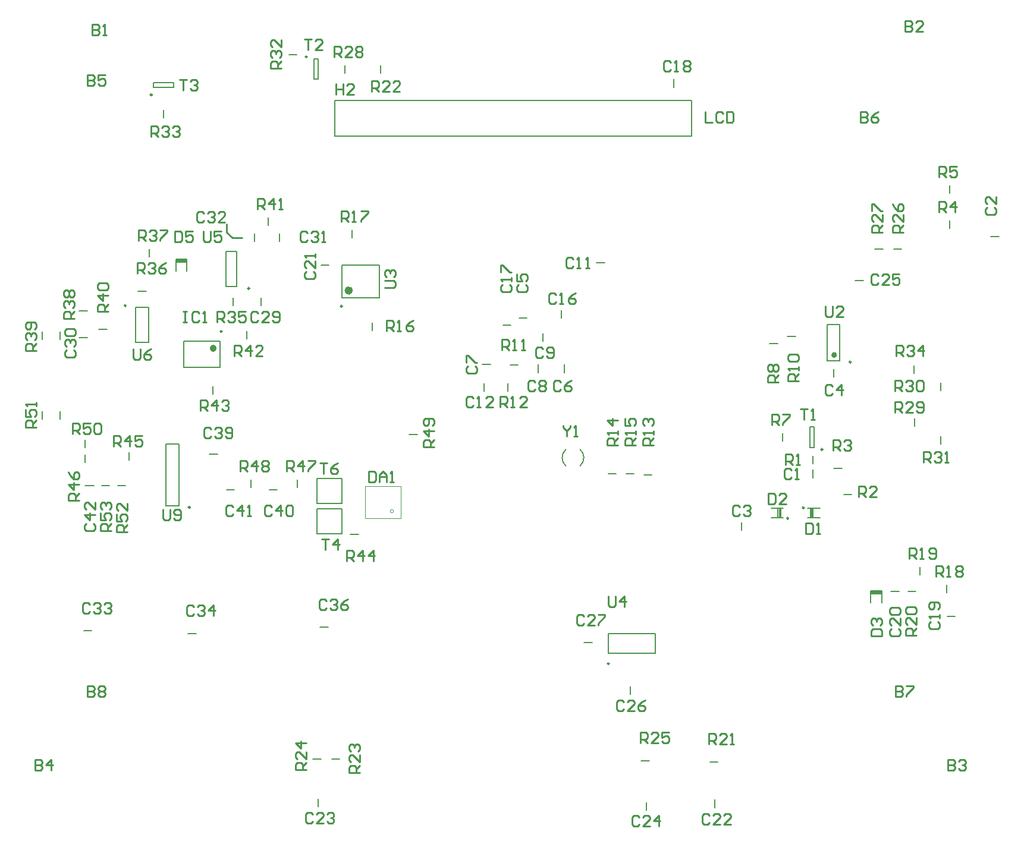
<source format=gto>
%FSLAX24Y24*%
%MOIN*%
G70*
G01*
G75*
G04 Layer_Color=65535*
%ADD10R,0.0374X0.0551*%
%ADD11R,0.0413X0.0551*%
%ADD12O,0.0866X0.0236*%
%ADD13R,0.0551X0.0374*%
%ADD14R,0.0394X0.0236*%
%ADD15R,0.1299X0.0945*%
%ADD16R,0.0394X0.0945*%
%ADD17R,0.0551X0.0413*%
%ADD18R,0.0236X0.0492*%
%ADD19R,0.0689X0.0394*%
%ADD20O,0.0984X0.0276*%
%ADD21R,0.1063X0.0453*%
%ADD22R,0.0571X0.0453*%
%ADD23R,0.0354X0.0197*%
%ADD24R,0.0453X0.0571*%
%ADD25O,0.0236X0.0669*%
G04:AMPARAMS|DCode=26|XSize=25.6mil|YSize=39.4mil|CornerRadius=6.4mil|HoleSize=0mil|Usage=FLASHONLY|Rotation=90.000|XOffset=0mil|YOffset=0mil|HoleType=Round|Shape=RoundedRectangle|*
%AMROUNDEDRECTD26*
21,1,0.0256,0.0266,0,0,90.0*
21,1,0.0128,0.0394,0,0,90.0*
1,1,0.0128,0.0133,0.0064*
1,1,0.0128,0.0133,-0.0064*
1,1,0.0128,-0.0133,-0.0064*
1,1,0.0128,-0.0133,0.0064*
%
%ADD26ROUNDEDRECTD26*%
%ADD27R,0.0236X0.0394*%
%ADD28C,0.0197*%
%ADD29C,0.0394*%
%ADD30C,0.0118*%
%ADD31C,0.0157*%
%ADD32C,0.0295*%
%ADD33C,0.0984*%
%ADD34C,0.2559*%
%ADD35C,0.0630*%
%ADD36R,0.0630X0.0630*%
%ADD37C,0.0787*%
%ADD38C,0.0512*%
%ADD39O,0.0669X0.0787*%
%ADD40O,0.0669X0.0748*%
%ADD41C,0.0748*%
%ADD42R,0.0630X0.0630*%
%ADD43C,0.0591*%
%ADD44R,0.0669X0.0669*%
%ADD45C,0.0669*%
%ADD46R,0.0709X0.0709*%
%ADD47C,0.0709*%
%ADD48R,0.0591X0.0591*%
G04:AMPARAMS|DCode=49|XSize=59.1mil|YSize=59.1mil|CornerRadius=0mil|HoleSize=0mil|Usage=FLASHONLY|Rotation=180.000|XOffset=0mil|YOffset=0mil|HoleType=Round|Shape=Octagon|*
%AMOCTAGOND49*
4,1,8,-0.0295,0.0148,-0.0295,-0.0148,-0.0148,-0.0295,0.0148,-0.0295,0.0295,-0.0148,0.0295,0.0148,0.0148,0.0295,-0.0148,0.0295,-0.0295,0.0148,0.0*
%
%ADD49OCTAGOND49*%

%ADD50C,0.0551*%
%ADD51C,0.0500*%
G04:AMPARAMS|DCode=52|XSize=40mil|YSize=60mil|CornerRadius=10mil|HoleSize=0mil|Usage=FLASHONLY|Rotation=180.000|XOffset=0mil|YOffset=0mil|HoleType=Round|Shape=RoundedRectangle|*
%AMROUNDEDRECTD52*
21,1,0.0400,0.0400,0,0,180.0*
21,1,0.0200,0.0600,0,0,180.0*
1,1,0.0200,-0.0100,0.0200*
1,1,0.0200,0.0100,0.0200*
1,1,0.0200,0.0100,-0.0200*
1,1,0.0200,-0.0100,-0.0200*
%
%ADD52ROUNDEDRECTD52*%
%ADD53O,0.0709X0.0118*%
%ADD54O,0.0118X0.0709*%
%ADD55C,0.0098*%
%ADD56C,0.0079*%
%ADD57C,0.0039*%
%ADD58C,0.0236*%
%ADD59C,0.0040*%
%ADD60C,0.0050*%
%ADD61C,0.0100*%
%ADD62R,0.0630X0.0217*%
D28*
X20678Y37085D02*
G03*
X20678Y37085I-98J0D01*
G01*
D31*
X55468Y36711D02*
G03*
X55468Y36711I-79J0D01*
G01*
D55*
X56344Y36315D02*
G03*
X56344Y36315I-49J0D01*
G01*
X54750Y31411D02*
G03*
X54750Y31411I-49J0D01*
G01*
X42780Y19408D02*
G03*
X42780Y19408I-49J0D01*
G01*
X25848Y53439D02*
G03*
X25848Y53439I-49J0D01*
G01*
X21082Y38030D02*
G03*
X21082Y38030I-49J0D01*
G01*
X22614Y40446D02*
G03*
X22614Y40446I-49J0D01*
G01*
X19294Y28165D02*
G03*
X19294Y28165I-49J0D01*
G01*
X15704Y39485D02*
G03*
X15704Y39485I-49J0D01*
G01*
X52840Y27555D02*
G03*
X52840Y27555I-49J0D01*
G01*
X53709Y28145D02*
G03*
X53709Y28145I-49J0D01*
G01*
X27815Y39443D02*
G03*
X27815Y39443I-49J0D01*
G01*
X17160Y51299D02*
G03*
X17160Y51299I-49J0D01*
G01*
D56*
X40354Y31414D02*
G03*
X40348Y30491I396J-464D01*
G01*
X41152Y30495D02*
G03*
X41146Y31418I-402J459D01*
G01*
X29950Y52533D02*
Y52967D01*
X59850Y35683D02*
Y36117D01*
X61350Y34733D02*
Y35167D01*
X50200Y26874D02*
Y27326D01*
X61350Y31733D02*
Y32167D01*
X55704Y36396D02*
Y38404D01*
X54996Y36396D02*
Y38404D01*
Y36396D02*
X55704D01*
X54996Y38404D02*
X55704D01*
X38800Y35724D02*
Y36176D01*
X40250Y35724D02*
Y36176D01*
X52500Y31883D02*
Y32317D01*
X61850Y45783D02*
Y46217D01*
Y43833D02*
Y44267D01*
X55383Y30350D02*
X55817D01*
X54278Y31529D02*
Y32671D01*
X54022Y31529D02*
X54278D01*
X54022D02*
Y32671D01*
X54278D01*
X45369Y19999D02*
Y21101D01*
X42731Y19999D02*
Y21101D01*
X45369D01*
X42731Y19999D02*
X45369D01*
X26222Y52179D02*
Y53321D01*
X26478D01*
Y52179D02*
Y53321D01*
X26222Y52179D02*
X26478D01*
X27950Y52533D02*
Y52967D01*
X44583Y13950D02*
X45017D01*
X48433Y13900D02*
X48867D01*
X60200Y24383D02*
Y24817D01*
X61700Y23383D02*
Y23817D01*
X46400Y51724D02*
Y52176D01*
X25300Y29283D02*
Y29717D01*
X22700Y29283D02*
Y29717D01*
X13324Y21250D02*
X13776D01*
X19174Y21100D02*
X19626D01*
X26574Y21450D02*
X27026D01*
X18926Y36022D02*
Y37478D01*
Y36022D02*
X20974D01*
Y37478D01*
X18926D02*
X20974D01*
X23650Y43983D02*
Y44417D01*
X16383Y40300D02*
X16817D01*
X18485Y42085D02*
X19115D01*
X18485Y41415D02*
Y42085D01*
X19115Y41415D02*
Y42085D01*
X17000Y42233D02*
Y42667D01*
X21915Y40566D02*
Y42534D01*
X21285Y40566D02*
Y42534D01*
Y40566D02*
X21915D01*
X21285Y42534D02*
X21915D01*
X11008Y33133D02*
Y33567D01*
X11992Y33133D02*
Y33567D01*
X20374Y31150D02*
X20826D01*
X13400Y31533D02*
Y31967D01*
X15850Y30833D02*
Y31267D01*
X18654Y28268D02*
Y31732D01*
X17946Y28268D02*
Y31732D01*
Y28268D02*
X18654D01*
X17946Y31732D02*
X18654D01*
X23724Y29150D02*
X24176D01*
X14333Y29400D02*
X14767D01*
X13404D02*
X13896D01*
X11992Y37583D02*
Y38017D01*
X11008Y37583D02*
Y38017D01*
X13083Y39200D02*
X13517D01*
X13074Y37700D02*
X13526D01*
X14183Y38150D02*
X14617D01*
X16246Y37416D02*
Y39384D01*
X16954Y37416D02*
Y39384D01*
X16246D02*
X16954D01*
X16246Y37416D02*
X16954D01*
X24300Y43074D02*
Y43526D01*
X22900Y43074D02*
Y43526D01*
X23250Y39474D02*
Y39926D01*
X21700Y39483D02*
Y39917D01*
X22450Y37633D02*
Y38067D01*
X20550Y34533D02*
Y34967D01*
X43950Y17674D02*
Y18126D01*
X41374Y20600D02*
X41826D01*
X48700Y11324D02*
Y11776D01*
X26183Y14050D02*
X26617D01*
X27233D02*
X27667D01*
X26450Y11374D02*
Y11826D01*
X52783Y37750D02*
X53217D01*
X51783Y37350D02*
X52217D01*
X59533Y23450D02*
X59967D01*
X58574D02*
X59026D01*
X57435Y23485D02*
X58065D01*
X57435Y22815D02*
Y23485D01*
X58065Y22815D02*
Y23485D01*
X61724Y22050D02*
X62176D01*
X44850Y11174D02*
Y11626D01*
X55350Y35474D02*
Y35926D01*
X52239Y27594D02*
Y28106D01*
X52318Y27594D02*
Y28106D01*
X52397Y27594D02*
Y28106D01*
X51865D02*
X52535D01*
X51865Y27594D02*
X52535D01*
X54211D02*
Y28106D01*
X54132Y27594D02*
Y28106D01*
X54053Y27594D02*
Y28106D01*
X53915Y27594D02*
X54585D01*
X53915Y28106D02*
X54585D01*
X55933Y28900D02*
X56367D01*
X54200Y29824D02*
Y30276D01*
Y30633D02*
Y31067D01*
X42733Y30050D02*
X43167D01*
X43733D02*
X44167D01*
X44733Y30000D02*
X45167D01*
X29500Y38083D02*
Y38517D01*
X28350Y43283D02*
Y43717D01*
X27787Y39935D02*
X29913D01*
X27787Y41765D02*
X29913D01*
X27787Y39935D02*
Y41765D01*
X29913Y39935D02*
Y41765D01*
X26624Y41750D02*
X27076D01*
X57683Y42650D02*
X58117D01*
X58733D02*
X59167D01*
X56574Y40900D02*
X57026D01*
X17800Y50033D02*
Y50467D01*
X28283Y26650D02*
X28717D01*
X15233Y29400D02*
X15667D01*
X13400Y30683D02*
Y31117D01*
X21324Y29150D02*
X21776D01*
X37233Y36150D02*
X37667D01*
X35674Y36200D02*
X36126D01*
X36824Y38400D02*
X37276D01*
X37724Y38800D02*
X38176D01*
X35750Y34674D02*
Y35126D01*
X37100Y34683D02*
Y35117D01*
X17229Y51722D02*
X18371D01*
X17229D02*
Y51978D01*
X18371D01*
Y51722D02*
Y51978D01*
X39050Y37474D02*
Y37926D01*
X40100Y38774D02*
Y39226D01*
X24833Y53550D02*
X25267D01*
X59900Y32733D02*
Y33167D01*
X42074Y41900D02*
X42526D01*
X64174Y43350D02*
X64626D01*
X31583Y32250D02*
X32017D01*
D57*
X30700Y27950D02*
G03*
X30700Y27950I-100J0D01*
G01*
X31100Y27548D02*
Y29351D01*
X29100Y27548D02*
X31100D01*
X29100D02*
Y29351D01*
X31100D01*
D58*
X28299Y40328D02*
G03*
X28299Y40328I-118J0D01*
G01*
D59*
X27740Y28480D02*
G03*
X27740Y28480I-20J0D01*
G01*
Y26780D02*
G03*
X27740Y26780I-20J0D01*
G01*
D60*
X47402Y49000D02*
Y51000D01*
X27402D02*
X47402D01*
X27402Y49000D02*
Y51000D01*
Y49000D02*
X47402D01*
X27800Y28400D02*
Y29800D01*
X26400Y28400D02*
X27800D01*
X26400D02*
Y29800D01*
X27800D01*
Y26700D02*
Y28100D01*
X26400Y26700D02*
X27800D01*
X26400D02*
Y28100D01*
X27800D01*
D61*
X21349Y43601D02*
Y44050D01*
Y43601D02*
X21650Y43300D01*
X22200D01*
X29450Y51500D02*
Y52100D01*
X29750D01*
X29850Y52000D01*
Y51800D01*
X29750Y51700D01*
X29450D01*
X29650D02*
X29850Y51500D01*
X30450D02*
X30050D01*
X30450Y51900D01*
Y52000D01*
X30350Y52100D01*
X30150D01*
X30050Y52000D01*
X31049Y51500D02*
X30650D01*
X31049Y51900D01*
Y52000D01*
X30950Y52100D01*
X30750D01*
X30650Y52000D01*
X13800Y55250D02*
Y54650D01*
X14100D01*
X14200Y54750D01*
Y54850D01*
X14100Y54950D01*
X13800D01*
X14100D01*
X14200Y55050D01*
Y55150D01*
X14100Y55250D01*
X13800D01*
X14400Y54650D02*
X14600D01*
X14500D01*
Y55250D01*
X14400Y55150D01*
X59350Y55450D02*
Y54850D01*
X59650D01*
X59750Y54950D01*
Y55050D01*
X59650Y55150D01*
X59350D01*
X59650D01*
X59750Y55250D01*
Y55350D01*
X59650Y55450D01*
X59350D01*
X60350Y54850D02*
X59950D01*
X60350Y55250D01*
Y55350D01*
X60250Y55450D01*
X60050D01*
X59950Y55350D01*
X61770Y14030D02*
Y13430D01*
X62070D01*
X62170Y13530D01*
Y13630D01*
X62070Y13730D01*
X61770D01*
X62070D01*
X62170Y13830D01*
Y13930D01*
X62070Y14030D01*
X61770D01*
X62370Y13930D02*
X62470Y14030D01*
X62670D01*
X62770Y13930D01*
Y13830D01*
X62670Y13730D01*
X62570D01*
X62670D01*
X62770Y13630D01*
Y13530D01*
X62670Y13430D01*
X62470D01*
X62370Y13530D01*
X10590Y14030D02*
Y13430D01*
X10890D01*
X10990Y13530D01*
Y13630D01*
X10890Y13730D01*
X10590D01*
X10890D01*
X10990Y13830D01*
Y13930D01*
X10890Y14030D01*
X10590D01*
X11490Y13430D02*
Y14030D01*
X11190Y13730D01*
X11590D01*
X13540Y52420D02*
Y51820D01*
X13840D01*
X13940Y51920D01*
Y52020D01*
X13840Y52120D01*
X13540D01*
X13840D01*
X13940Y52220D01*
Y52320D01*
X13840Y52420D01*
X13540D01*
X14540D02*
X14140D01*
Y52120D01*
X14340Y52220D01*
X14440D01*
X14540Y52120D01*
Y51920D01*
X14440Y51820D01*
X14240D01*
X14140Y51920D01*
X56850Y50350D02*
Y49750D01*
X57150D01*
X57250Y49850D01*
Y49950D01*
X57150Y50050D01*
X56850D01*
X57150D01*
X57250Y50150D01*
Y50250D01*
X57150Y50350D01*
X56850D01*
X57850D02*
X57650Y50250D01*
X57450Y50050D01*
Y49850D01*
X57550Y49750D01*
X57750D01*
X57850Y49850D01*
Y49950D01*
X57750Y50050D01*
X57450D01*
X58820Y18160D02*
Y17560D01*
X59120D01*
X59220Y17660D01*
Y17760D01*
X59120Y17860D01*
X58820D01*
X59120D01*
X59220Y17960D01*
Y18060D01*
X59120Y18160D01*
X58820D01*
X59420D02*
X59820D01*
Y18060D01*
X59420Y17660D01*
Y17560D01*
X13540Y18160D02*
Y17560D01*
X13840D01*
X13940Y17660D01*
Y17760D01*
X13840Y17860D01*
X13540D01*
X13840D01*
X13940Y17960D01*
Y18060D01*
X13840Y18160D01*
X13540D01*
X14140Y18060D02*
X14240Y18160D01*
X14440D01*
X14540Y18060D01*
Y17960D01*
X14440Y17860D01*
X14540Y17760D01*
Y17660D01*
X14440Y17560D01*
X14240D01*
X14140Y17660D01*
Y17760D01*
X14240Y17860D01*
X14140Y17960D01*
Y18060D01*
X14240Y17860D02*
X14440D01*
X53000Y30250D02*
X52900Y30350D01*
X52700D01*
X52600Y30250D01*
Y29850D01*
X52700Y29750D01*
X52900D01*
X53000Y29850D01*
X53200Y29750D02*
X53400D01*
X53300D01*
Y30350D01*
X53200Y30250D01*
X63950Y45000D02*
X63850Y44900D01*
Y44700D01*
X63950Y44600D01*
X64350D01*
X64450Y44700D01*
Y44900D01*
X64350Y45000D01*
X64450Y45600D02*
Y45200D01*
X64050Y45600D01*
X63950D01*
X63850Y45500D01*
Y45300D01*
X63950Y45200D01*
X50100Y28200D02*
X50000Y28300D01*
X49800D01*
X49700Y28200D01*
Y27800D01*
X49800Y27700D01*
X50000D01*
X50100Y27800D01*
X50300Y28200D02*
X50400Y28300D01*
X50600D01*
X50700Y28200D01*
Y28100D01*
X50600Y28000D01*
X50500D01*
X50600D01*
X50700Y27900D01*
Y27800D01*
X50600Y27700D01*
X50400D01*
X50300Y27800D01*
X55300Y34950D02*
X55200Y35050D01*
X55000D01*
X54900Y34950D01*
Y34550D01*
X55000Y34450D01*
X55200D01*
X55300Y34550D01*
X55800Y34450D02*
Y35050D01*
X55500Y34750D01*
X55900D01*
X37700Y40650D02*
X37600Y40550D01*
Y40350D01*
X37700Y40250D01*
X38100D01*
X38200Y40350D01*
Y40550D01*
X38100Y40650D01*
X37600Y41250D02*
Y40850D01*
X37900D01*
X37800Y41050D01*
Y41150D01*
X37900Y41250D01*
X38100D01*
X38200Y41150D01*
Y40950D01*
X38100Y40850D01*
X40070Y35180D02*
X39970Y35280D01*
X39770D01*
X39670Y35180D01*
Y34780D01*
X39770Y34680D01*
X39970D01*
X40070Y34780D01*
X40670Y35280D02*
X40470Y35180D01*
X40270Y34980D01*
Y34780D01*
X40370Y34680D01*
X40570D01*
X40670Y34780D01*
Y34880D01*
X40570Y34980D01*
X40270D01*
X34850Y36100D02*
X34750Y36000D01*
Y35800D01*
X34850Y35700D01*
X35250D01*
X35350Y35800D01*
Y36000D01*
X35250Y36100D01*
X34750Y36300D02*
Y36700D01*
X34850D01*
X35250Y36300D01*
X35350D01*
X38620Y35180D02*
X38520Y35280D01*
X38320D01*
X38220Y35180D01*
Y34780D01*
X38320Y34680D01*
X38520D01*
X38620Y34780D01*
X38820Y35180D02*
X38920Y35280D01*
X39120D01*
X39220Y35180D01*
Y35080D01*
X39120Y34980D01*
X39220Y34880D01*
Y34780D01*
X39120Y34680D01*
X38920D01*
X38820Y34780D01*
Y34880D01*
X38920Y34980D01*
X38820Y35080D01*
Y35180D01*
X38920Y34980D02*
X39120D01*
X39050Y37050D02*
X38950Y37150D01*
X38750D01*
X38650Y37050D01*
Y36650D01*
X38750Y36550D01*
X38950D01*
X39050Y36650D01*
X39250D02*
X39350Y36550D01*
X39550D01*
X39650Y36650D01*
Y37050D01*
X39550Y37150D01*
X39350D01*
X39250Y37050D01*
Y36950D01*
X39350Y36850D01*
X39650D01*
X40750Y42100D02*
X40650Y42200D01*
X40450D01*
X40350Y42100D01*
Y41700D01*
X40450Y41600D01*
X40650D01*
X40750Y41700D01*
X40950Y41600D02*
X41150D01*
X41050D01*
Y42200D01*
X40950Y42100D01*
X41450Y41600D02*
X41650D01*
X41550D01*
Y42200D01*
X41450Y42100D01*
X35150Y34300D02*
X35050Y34400D01*
X34850D01*
X34750Y34300D01*
Y33900D01*
X34850Y33800D01*
X35050D01*
X35150Y33900D01*
X35350Y33800D02*
X35550D01*
X35450D01*
Y34400D01*
X35350Y34300D01*
X36250Y33800D02*
X35850D01*
X36250Y34200D01*
Y34300D01*
X36150Y34400D01*
X35950D01*
X35850Y34300D01*
X39800Y40100D02*
X39700Y40200D01*
X39500D01*
X39400Y40100D01*
Y39700D01*
X39500Y39600D01*
X39700D01*
X39800Y39700D01*
X40000Y39600D02*
X40200D01*
X40100D01*
Y40200D01*
X40000Y40100D01*
X40900Y40200D02*
X40700Y40100D01*
X40500Y39900D01*
Y39700D01*
X40600Y39600D01*
X40800D01*
X40900Y39700D01*
Y39800D01*
X40800Y39900D01*
X40500D01*
X36800Y40650D02*
X36700Y40550D01*
Y40350D01*
X36800Y40250D01*
X37200D01*
X37300Y40350D01*
Y40550D01*
X37200Y40650D01*
X37300Y40850D02*
Y41050D01*
Y40950D01*
X36700D01*
X36800Y40850D01*
X36700Y41350D02*
Y41750D01*
X36800D01*
X37200Y41350D01*
X37300D01*
X46220Y53130D02*
X46120Y53230D01*
X45920D01*
X45820Y53130D01*
Y52730D01*
X45920Y52630D01*
X46120D01*
X46220Y52730D01*
X46420Y52630D02*
X46620D01*
X46520D01*
Y53230D01*
X46420Y53130D01*
X46920D02*
X47020Y53230D01*
X47220D01*
X47320Y53130D01*
Y53030D01*
X47220Y52930D01*
X47320Y52830D01*
Y52730D01*
X47220Y52630D01*
X47020D01*
X46920Y52730D01*
Y52830D01*
X47020Y52930D01*
X46920Y53030D01*
Y53130D01*
X47020Y52930D02*
X47220D01*
X60800Y21750D02*
X60700Y21650D01*
Y21450D01*
X60800Y21350D01*
X61200D01*
X61300Y21450D01*
Y21650D01*
X61200Y21750D01*
X61300Y21950D02*
Y22150D01*
Y22050D01*
X60700D01*
X60800Y21950D01*
X61200Y22450D02*
X61300Y22550D01*
Y22750D01*
X61200Y22850D01*
X60800D01*
X60700Y22750D01*
Y22550D01*
X60800Y22450D01*
X60900D01*
X61000Y22550D01*
Y22850D01*
X58600Y21350D02*
X58500Y21250D01*
Y21050D01*
X58600Y20950D01*
X59000D01*
X59100Y21050D01*
Y21250D01*
X59000Y21350D01*
X59100Y21950D02*
Y21550D01*
X58700Y21950D01*
X58600D01*
X58500Y21850D01*
Y21650D01*
X58600Y21550D01*
Y22150D02*
X58500Y22250D01*
Y22450D01*
X58600Y22549D01*
X59000D01*
X59100Y22450D01*
Y22250D01*
X59000Y22150D01*
X58600D01*
X25800Y41400D02*
X25700Y41300D01*
Y41100D01*
X25800Y41000D01*
X26200D01*
X26300Y41100D01*
Y41300D01*
X26200Y41400D01*
X26300Y42000D02*
Y41600D01*
X25900Y42000D01*
X25800D01*
X25700Y41900D01*
Y41700D01*
X25800Y41600D01*
X26300Y42200D02*
Y42400D01*
Y42300D01*
X25700D01*
X25800Y42200D01*
X48400Y10900D02*
X48300Y11000D01*
X48100D01*
X48000Y10900D01*
Y10500D01*
X48100Y10400D01*
X48300D01*
X48400Y10500D01*
X49000Y10400D02*
X48600D01*
X49000Y10800D01*
Y10900D01*
X48900Y11000D01*
X48700D01*
X48600Y10900D01*
X49599Y10400D02*
X49200D01*
X49599Y10800D01*
Y10900D01*
X49500Y11000D01*
X49300D01*
X49200Y10900D01*
X26150Y10950D02*
X26050Y11050D01*
X25850D01*
X25750Y10950D01*
Y10550D01*
X25850Y10450D01*
X26050D01*
X26150Y10550D01*
X26750Y10450D02*
X26350D01*
X26750Y10850D01*
Y10950D01*
X26650Y11050D01*
X26450D01*
X26350Y10950D01*
X26950D02*
X27050Y11050D01*
X27250D01*
X27349Y10950D01*
Y10850D01*
X27250Y10750D01*
X27150D01*
X27250D01*
X27349Y10650D01*
Y10550D01*
X27250Y10450D01*
X27050D01*
X26950Y10550D01*
X44450Y10800D02*
X44350Y10900D01*
X44150D01*
X44050Y10800D01*
Y10400D01*
X44150Y10300D01*
X44350D01*
X44450Y10400D01*
X45050Y10300D02*
X44650D01*
X45050Y10700D01*
Y10800D01*
X44950Y10900D01*
X44750D01*
X44650Y10800D01*
X45550Y10300D02*
Y10900D01*
X45250Y10600D01*
X45649D01*
X57850Y41150D02*
X57750Y41250D01*
X57550D01*
X57450Y41150D01*
Y40750D01*
X57550Y40650D01*
X57750D01*
X57850Y40750D01*
X58450Y40650D02*
X58050D01*
X58450Y41050D01*
Y41150D01*
X58350Y41250D01*
X58150D01*
X58050Y41150D01*
X59049Y41250D02*
X58650D01*
Y40950D01*
X58850Y41050D01*
X58950D01*
X59049Y40950D01*
Y40750D01*
X58950Y40650D01*
X58750D01*
X58650Y40750D01*
X43600Y17250D02*
X43500Y17350D01*
X43300D01*
X43200Y17250D01*
Y16850D01*
X43300Y16750D01*
X43500D01*
X43600Y16850D01*
X44200Y16750D02*
X43800D01*
X44200Y17150D01*
Y17250D01*
X44100Y17350D01*
X43900D01*
X43800Y17250D01*
X44799Y17350D02*
X44600Y17250D01*
X44400Y17050D01*
Y16850D01*
X44500Y16750D01*
X44700D01*
X44799Y16850D01*
Y16950D01*
X44700Y17050D01*
X44400D01*
X41350Y22050D02*
X41250Y22150D01*
X41050D01*
X40950Y22050D01*
Y21650D01*
X41050Y21550D01*
X41250D01*
X41350Y21650D01*
X41950Y21550D02*
X41550D01*
X41950Y21950D01*
Y22050D01*
X41850Y22150D01*
X41650D01*
X41550Y22050D01*
X42150Y22150D02*
X42549D01*
Y22050D01*
X42150Y21650D01*
Y21550D01*
X23100Y39050D02*
X23000Y39150D01*
X22800D01*
X22700Y39050D01*
Y38650D01*
X22800Y38550D01*
X23000D01*
X23100Y38650D01*
X23700Y38550D02*
X23300D01*
X23700Y38950D01*
Y39050D01*
X23600Y39150D01*
X23400D01*
X23300Y39050D01*
X23900Y38650D02*
X24000Y38550D01*
X24200D01*
X24299Y38650D01*
Y39050D01*
X24200Y39150D01*
X24000D01*
X23900Y39050D01*
Y38950D01*
X24000Y38850D01*
X24299D01*
X12350Y37000D02*
X12250Y36900D01*
Y36700D01*
X12350Y36600D01*
X12750D01*
X12850Y36700D01*
Y36900D01*
X12750Y37000D01*
X12350Y37200D02*
X12250Y37300D01*
Y37500D01*
X12350Y37600D01*
X12450D01*
X12550Y37500D01*
Y37400D01*
Y37500D01*
X12650Y37600D01*
X12750D01*
X12850Y37500D01*
Y37300D01*
X12750Y37200D01*
X12350Y37800D02*
X12250Y37900D01*
Y38100D01*
X12350Y38199D01*
X12750D01*
X12850Y38100D01*
Y37900D01*
X12750Y37800D01*
X12350D01*
X25850Y43550D02*
X25750Y43650D01*
X25550D01*
X25450Y43550D01*
Y43150D01*
X25550Y43050D01*
X25750D01*
X25850Y43150D01*
X26050Y43550D02*
X26150Y43650D01*
X26350D01*
X26450Y43550D01*
Y43450D01*
X26350Y43350D01*
X26250D01*
X26350D01*
X26450Y43250D01*
Y43150D01*
X26350Y43050D01*
X26150D01*
X26050Y43150D01*
X26650Y43050D02*
X26850D01*
X26750D01*
Y43650D01*
X26650Y43550D01*
X20050Y44650D02*
X19950Y44750D01*
X19750D01*
X19650Y44650D01*
Y44250D01*
X19750Y44150D01*
X19950D01*
X20050Y44250D01*
X20250Y44650D02*
X20350Y44750D01*
X20550D01*
X20650Y44650D01*
Y44550D01*
X20550Y44450D01*
X20450D01*
X20550D01*
X20650Y44350D01*
Y44250D01*
X20550Y44150D01*
X20350D01*
X20250Y44250D01*
X21249Y44150D02*
X20850D01*
X21249Y44550D01*
Y44650D01*
X21150Y44750D01*
X20950D01*
X20850Y44650D01*
X13670Y22730D02*
X13570Y22830D01*
X13370D01*
X13270Y22730D01*
Y22330D01*
X13370Y22230D01*
X13570D01*
X13670Y22330D01*
X13870Y22730D02*
X13970Y22830D01*
X14170D01*
X14270Y22730D01*
Y22630D01*
X14170Y22530D01*
X14070D01*
X14170D01*
X14270Y22430D01*
Y22330D01*
X14170Y22230D01*
X13970D01*
X13870Y22330D01*
X14470Y22730D02*
X14570Y22830D01*
X14770D01*
X14869Y22730D01*
Y22630D01*
X14770Y22530D01*
X14670D01*
X14770D01*
X14869Y22430D01*
Y22330D01*
X14770Y22230D01*
X14570D01*
X14470Y22330D01*
X19515Y22575D02*
X19415Y22675D01*
X19215D01*
X19115Y22575D01*
Y22175D01*
X19215Y22075D01*
X19415D01*
X19515Y22175D01*
X19715Y22575D02*
X19815Y22675D01*
X20015D01*
X20115Y22575D01*
Y22475D01*
X20015Y22375D01*
X19915D01*
X20015D01*
X20115Y22275D01*
Y22175D01*
X20015Y22075D01*
X19815D01*
X19715Y22175D01*
X20615Y22075D02*
Y22675D01*
X20315Y22375D01*
X20714D01*
X26920Y22930D02*
X26820Y23030D01*
X26620D01*
X26520Y22930D01*
Y22530D01*
X26620Y22430D01*
X26820D01*
X26920Y22530D01*
X27120Y22930D02*
X27220Y23030D01*
X27420D01*
X27520Y22930D01*
Y22830D01*
X27420Y22730D01*
X27320D01*
X27420D01*
X27520Y22630D01*
Y22530D01*
X27420Y22430D01*
X27220D01*
X27120Y22530D01*
X28119Y23030D02*
X27920Y22930D01*
X27720Y22730D01*
Y22530D01*
X27820Y22430D01*
X28020D01*
X28119Y22530D01*
Y22630D01*
X28020Y22730D01*
X27720D01*
X20450Y32550D02*
X20350Y32650D01*
X20150D01*
X20050Y32550D01*
Y32150D01*
X20150Y32050D01*
X20350D01*
X20450Y32150D01*
X20650Y32550D02*
X20750Y32650D01*
X20950D01*
X21050Y32550D01*
Y32450D01*
X20950Y32350D01*
X20850D01*
X20950D01*
X21050Y32250D01*
Y32150D01*
X20950Y32050D01*
X20750D01*
X20650Y32150D01*
X21250D02*
X21350Y32050D01*
X21550D01*
X21649Y32150D01*
Y32550D01*
X21550Y32650D01*
X21350D01*
X21250Y32550D01*
Y32450D01*
X21350Y32350D01*
X21649D01*
X23850Y28200D02*
X23750Y28300D01*
X23550D01*
X23450Y28200D01*
Y27800D01*
X23550Y27700D01*
X23750D01*
X23850Y27800D01*
X24350Y27700D02*
Y28300D01*
X24050Y28000D01*
X24450D01*
X24650Y28200D02*
X24750Y28300D01*
X24950D01*
X25049Y28200D01*
Y27800D01*
X24950Y27700D01*
X24750D01*
X24650Y27800D01*
Y28200D01*
X21700D02*
X21600Y28300D01*
X21400D01*
X21300Y28200D01*
Y27800D01*
X21400Y27700D01*
X21600D01*
X21700Y27800D01*
X22200Y27700D02*
Y28300D01*
X21900Y28000D01*
X22300D01*
X22500Y27700D02*
X22700D01*
X22600D01*
Y28300D01*
X22500Y28200D01*
X13450Y27250D02*
X13350Y27150D01*
Y26950D01*
X13450Y26850D01*
X13850D01*
X13950Y26950D01*
Y27150D01*
X13850Y27250D01*
X13950Y27750D02*
X13350D01*
X13650Y27450D01*
Y27850D01*
X13950Y28449D02*
Y28050D01*
X13550Y28449D01*
X13450D01*
X13350Y28350D01*
Y28150D01*
X13450Y28050D01*
X53800Y27300D02*
Y26700D01*
X54100D01*
X54200Y26800D01*
Y27200D01*
X54100Y27300D01*
X53800D01*
X54400Y26700D02*
X54600D01*
X54500D01*
Y27300D01*
X54400Y27200D01*
X51700Y28950D02*
Y28350D01*
X52000D01*
X52100Y28450D01*
Y28850D01*
X52000Y28950D01*
X51700D01*
X52700Y28350D02*
X52300D01*
X52700Y28750D01*
Y28850D01*
X52600Y28950D01*
X52400D01*
X52300Y28850D01*
X57450Y20950D02*
X58050D01*
Y21250D01*
X57950Y21350D01*
X57550D01*
X57450Y21250D01*
Y20950D01*
X57550Y21550D02*
X57450Y21650D01*
Y21850D01*
X57550Y21950D01*
X57650D01*
X57750Y21850D01*
Y21750D01*
Y21850D01*
X57850Y21950D01*
X57950D01*
X58050Y21850D01*
Y21650D01*
X57950Y21550D01*
X18440Y43640D02*
Y43040D01*
X18740D01*
X18840Y43140D01*
Y43540D01*
X18740Y43640D01*
X18440D01*
X19440D02*
X19040D01*
Y43340D01*
X19240Y43440D01*
X19340D01*
X19440Y43340D01*
Y43140D01*
X19340Y43040D01*
X19140D01*
X19040Y43140D01*
X29300Y30200D02*
Y29600D01*
X29600D01*
X29700Y29700D01*
Y30100D01*
X29600Y30200D01*
X29300D01*
X29900Y29600D02*
Y30000D01*
X30100Y30200D01*
X30300Y30000D01*
Y29600D01*
Y29900D01*
X29900D01*
X30500Y29600D02*
X30700D01*
X30600D01*
Y30200D01*
X30500Y30100D01*
X27480Y51920D02*
Y51320D01*
Y51620D01*
X27880D01*
Y51920D01*
Y51320D01*
X28480D02*
X28080D01*
X28480Y51720D01*
Y51820D01*
X28380Y51920D01*
X28180D01*
X28080Y51820D01*
X18900Y39140D02*
X19100D01*
X19000D01*
Y38540D01*
X18900D01*
X19100D01*
X19800Y39040D02*
X19700Y39140D01*
X19500D01*
X19400Y39040D01*
Y38640D01*
X19500Y38540D01*
X19700D01*
X19800Y38640D01*
X20000Y38540D02*
X20200D01*
X20100D01*
Y39140D01*
X20000Y39040D01*
X52650Y30550D02*
Y31150D01*
X52950D01*
X53050Y31050D01*
Y30850D01*
X52950Y30750D01*
X52650D01*
X52850D02*
X53050Y30550D01*
X53250D02*
X53450D01*
X53350D01*
Y31150D01*
X53250Y31050D01*
X56750Y28750D02*
Y29350D01*
X57050D01*
X57150Y29250D01*
Y29050D01*
X57050Y28950D01*
X56750D01*
X56950D02*
X57150Y28750D01*
X57750D02*
X57350D01*
X57750Y29150D01*
Y29250D01*
X57650Y29350D01*
X57450D01*
X57350Y29250D01*
X55320Y31350D02*
Y31950D01*
X55620D01*
X55720Y31850D01*
Y31650D01*
X55620Y31550D01*
X55320D01*
X55520D02*
X55720Y31350D01*
X55920Y31850D02*
X56020Y31950D01*
X56220D01*
X56320Y31850D01*
Y31750D01*
X56220Y31650D01*
X56120D01*
X56220D01*
X56320Y31550D01*
Y31450D01*
X56220Y31350D01*
X56020D01*
X55920Y31450D01*
X61250Y44730D02*
Y45330D01*
X61550D01*
X61650Y45230D01*
Y45030D01*
X61550Y44930D01*
X61250D01*
X61450D02*
X61650Y44730D01*
X62150D02*
Y45330D01*
X61850Y45030D01*
X62250D01*
X61250Y46680D02*
Y47280D01*
X61550D01*
X61650Y47180D01*
Y46980D01*
X61550Y46880D01*
X61250D01*
X61450D02*
X61650Y46680D01*
X62250Y47280D02*
X61850D01*
Y46980D01*
X62050Y47080D01*
X62150D01*
X62250Y46980D01*
Y46780D01*
X62150Y46680D01*
X61950D01*
X61850Y46780D01*
X51905Y32785D02*
Y33385D01*
X52205D01*
X52305Y33285D01*
Y33085D01*
X52205Y32985D01*
X51905D01*
X52105D02*
X52305Y32785D01*
X52505Y33385D02*
X52905D01*
Y33285D01*
X52505Y32885D01*
Y32785D01*
X52250Y35200D02*
X51650D01*
Y35500D01*
X51750Y35600D01*
X51950D01*
X52050Y35500D01*
Y35200D01*
Y35400D02*
X52250Y35600D01*
X51750Y35800D02*
X51650Y35900D01*
Y36100D01*
X51750Y36200D01*
X51850D01*
X51950Y36100D01*
X52050Y36200D01*
X52150D01*
X52250Y36100D01*
Y35900D01*
X52150Y35800D01*
X52050D01*
X51950Y35900D01*
X51850Y35800D01*
X51750D01*
X51950Y35900D02*
Y36100D01*
X53400Y35250D02*
X52800D01*
Y35550D01*
X52900Y35650D01*
X53100D01*
X53200Y35550D01*
Y35250D01*
Y35450D02*
X53400Y35650D01*
Y35850D02*
Y36050D01*
Y35950D01*
X52800D01*
X52900Y35850D01*
Y36350D02*
X52800Y36450D01*
Y36650D01*
X52900Y36750D01*
X53300D01*
X53400Y36650D01*
Y36450D01*
X53300Y36350D01*
X52900D01*
X36750Y37000D02*
Y37600D01*
X37050D01*
X37150Y37500D01*
Y37300D01*
X37050Y37200D01*
X36750D01*
X36950D02*
X37150Y37000D01*
X37350D02*
X37550D01*
X37450D01*
Y37600D01*
X37350Y37500D01*
X37850Y37000D02*
X38050D01*
X37950D01*
Y37600D01*
X37850Y37500D01*
X36650Y33800D02*
Y34400D01*
X36950D01*
X37050Y34300D01*
Y34100D01*
X36950Y34000D01*
X36650D01*
X36850D02*
X37050Y33800D01*
X37250D02*
X37450D01*
X37350D01*
Y34400D01*
X37250Y34300D01*
X38150Y33800D02*
X37750D01*
X38150Y34200D01*
Y34300D01*
X38050Y34400D01*
X37850D01*
X37750Y34300D01*
X45250Y31650D02*
X44650D01*
Y31950D01*
X44750Y32050D01*
X44950D01*
X45050Y31950D01*
Y31650D01*
Y31850D02*
X45250Y32050D01*
Y32250D02*
Y32450D01*
Y32350D01*
X44650D01*
X44750Y32250D01*
Y32750D02*
X44650Y32850D01*
Y33050D01*
X44750Y33150D01*
X44850D01*
X44950Y33050D01*
Y32950D01*
Y33050D01*
X45050Y33150D01*
X45150D01*
X45250Y33050D01*
Y32850D01*
X45150Y32750D01*
X43250Y31650D02*
X42650D01*
Y31950D01*
X42750Y32050D01*
X42950D01*
X43050Y31950D01*
Y31650D01*
Y31850D02*
X43250Y32050D01*
Y32250D02*
Y32450D01*
Y32350D01*
X42650D01*
X42750Y32250D01*
X43250Y33050D02*
X42650D01*
X42950Y32750D01*
Y33150D01*
X44250Y31650D02*
X43650D01*
Y31950D01*
X43750Y32050D01*
X43950D01*
X44050Y31950D01*
Y31650D01*
Y31850D02*
X44250Y32050D01*
Y32250D02*
Y32450D01*
Y32350D01*
X43650D01*
X43750Y32250D01*
X43650Y33150D02*
Y32750D01*
X43950D01*
X43850Y32950D01*
Y33050D01*
X43950Y33150D01*
X44150D01*
X44250Y33050D01*
Y32850D01*
X44150Y32750D01*
X30300Y38050D02*
Y38650D01*
X30600D01*
X30700Y38550D01*
Y38350D01*
X30600Y38250D01*
X30300D01*
X30500D02*
X30700Y38050D01*
X30900D02*
X31100D01*
X31000D01*
Y38650D01*
X30900Y38550D01*
X31800Y38650D02*
X31600Y38550D01*
X31400Y38350D01*
Y38150D01*
X31500Y38050D01*
X31700D01*
X31800Y38150D01*
Y38250D01*
X31700Y38350D01*
X31400D01*
X27750Y44180D02*
Y44780D01*
X28050D01*
X28150Y44680D01*
Y44480D01*
X28050Y44380D01*
X27750D01*
X27950D02*
X28150Y44180D01*
X28350D02*
X28550D01*
X28450D01*
Y44780D01*
X28350Y44680D01*
X28850Y44780D02*
X29250D01*
Y44680D01*
X28850Y44280D01*
Y44180D01*
X61100Y24280D02*
Y24880D01*
X61400D01*
X61500Y24780D01*
Y24580D01*
X61400Y24480D01*
X61100D01*
X61300D02*
X61500Y24280D01*
X61700D02*
X61900D01*
X61800D01*
Y24880D01*
X61700Y24780D01*
X62200D02*
X62300Y24880D01*
X62500D01*
X62600Y24780D01*
Y24680D01*
X62500Y24580D01*
X62600Y24480D01*
Y24380D01*
X62500Y24280D01*
X62300D01*
X62200Y24380D01*
Y24480D01*
X62300Y24580D01*
X62200Y24680D01*
Y24780D01*
X62300Y24580D02*
X62500D01*
X59600Y25280D02*
Y25880D01*
X59900D01*
X60000Y25780D01*
Y25580D01*
X59900Y25480D01*
X59600D01*
X59800D02*
X60000Y25280D01*
X60200D02*
X60400D01*
X60300D01*
Y25880D01*
X60200Y25780D01*
X60700Y25380D02*
X60800Y25280D01*
X61000D01*
X61100Y25380D01*
Y25780D01*
X61000Y25880D01*
X60800D01*
X60700Y25780D01*
Y25680D01*
X60800Y25580D01*
X61100D01*
X60000Y21000D02*
X59400D01*
Y21300D01*
X59500Y21400D01*
X59700D01*
X59800Y21300D01*
Y21000D01*
Y21200D02*
X60000Y21400D01*
Y22000D02*
Y21600D01*
X59600Y22000D01*
X59500D01*
X59400Y21900D01*
Y21700D01*
X59500Y21600D01*
Y22200D02*
X59400Y22300D01*
Y22500D01*
X59500Y22599D01*
X59900D01*
X60000Y22500D01*
Y22300D01*
X59900Y22200D01*
X59500D01*
X48370Y14900D02*
Y15500D01*
X48670D01*
X48770Y15400D01*
Y15200D01*
X48670Y15100D01*
X48370D01*
X48570D02*
X48770Y14900D01*
X49370D02*
X48970D01*
X49370Y15300D01*
Y15400D01*
X49270Y15500D01*
X49070D01*
X48970Y15400D01*
X49570Y14900D02*
X49770D01*
X49670D01*
Y15500D01*
X49570Y15400D01*
X28800Y13300D02*
X28200D01*
Y13600D01*
X28300Y13700D01*
X28500D01*
X28600Y13600D01*
Y13300D01*
Y13500D02*
X28800Y13700D01*
Y14300D02*
Y13900D01*
X28400Y14300D01*
X28300D01*
X28200Y14200D01*
Y14000D01*
X28300Y13900D01*
Y14500D02*
X28200Y14600D01*
Y14800D01*
X28300Y14899D01*
X28400D01*
X28500Y14800D01*
Y14700D01*
Y14800D01*
X28600Y14899D01*
X28700D01*
X28800Y14800D01*
Y14600D01*
X28700Y14500D01*
X25800Y13450D02*
X25200D01*
Y13750D01*
X25300Y13850D01*
X25500D01*
X25600Y13750D01*
Y13450D01*
Y13650D02*
X25800Y13850D01*
Y14450D02*
Y14050D01*
X25400Y14450D01*
X25300D01*
X25200Y14350D01*
Y14150D01*
X25300Y14050D01*
X25800Y14950D02*
X25200D01*
X25500Y14650D01*
Y15049D01*
X44520Y14950D02*
Y15550D01*
X44820D01*
X44920Y15450D01*
Y15250D01*
X44820Y15150D01*
X44520D01*
X44720D02*
X44920Y14950D01*
X45520D02*
X45120D01*
X45520Y15350D01*
Y15450D01*
X45420Y15550D01*
X45220D01*
X45120Y15450D01*
X46119Y15550D02*
X45720D01*
Y15250D01*
X45920Y15350D01*
X46020D01*
X46119Y15250D01*
Y15050D01*
X46020Y14950D01*
X45820D01*
X45720Y15050D01*
X59250Y43600D02*
X58650D01*
Y43900D01*
X58750Y44000D01*
X58950D01*
X59050Y43900D01*
Y43600D01*
Y43800D02*
X59250Y44000D01*
Y44600D02*
Y44200D01*
X58850Y44600D01*
X58750D01*
X58650Y44500D01*
Y44300D01*
X58750Y44200D01*
X58650Y45199D02*
X58750Y45000D01*
X58950Y44800D01*
X59150D01*
X59250Y44900D01*
Y45100D01*
X59150Y45199D01*
X59050D01*
X58950Y45100D01*
Y44800D01*
X58100Y43600D02*
X57500D01*
Y43900D01*
X57600Y44000D01*
X57800D01*
X57900Y43900D01*
Y43600D01*
Y43800D02*
X58100Y44000D01*
Y44600D02*
Y44200D01*
X57700Y44600D01*
X57600D01*
X57500Y44500D01*
Y44300D01*
X57600Y44200D01*
X57500Y44800D02*
Y45199D01*
X57600D01*
X58000Y44800D01*
X58100D01*
X27350Y53430D02*
Y54030D01*
X27650D01*
X27750Y53930D01*
Y53730D01*
X27650Y53630D01*
X27350D01*
X27550D02*
X27750Y53430D01*
X28350D02*
X27950D01*
X28350Y53830D01*
Y53930D01*
X28250Y54030D01*
X28050D01*
X27950Y53930D01*
X28550D02*
X28650Y54030D01*
X28850D01*
X28949Y53930D01*
Y53830D01*
X28850Y53730D01*
X28949Y53630D01*
Y53530D01*
X28850Y53430D01*
X28650D01*
X28550Y53530D01*
Y53630D01*
X28650Y53730D01*
X28550Y53830D01*
Y53930D01*
X28650Y53730D02*
X28850D01*
X58800Y33500D02*
Y34100D01*
X59100D01*
X59200Y34000D01*
Y33800D01*
X59100Y33700D01*
X58800D01*
X59000D02*
X59200Y33500D01*
X59800D02*
X59400D01*
X59800Y33900D01*
Y34000D01*
X59700Y34100D01*
X59500D01*
X59400Y34000D01*
X60000Y33600D02*
X60100Y33500D01*
X60300D01*
X60399Y33600D01*
Y34000D01*
X60300Y34100D01*
X60100D01*
X60000Y34000D01*
Y33900D01*
X60100Y33800D01*
X60399D01*
X58800Y34700D02*
Y35300D01*
X59100D01*
X59200Y35200D01*
Y35000D01*
X59100Y34900D01*
X58800D01*
X59000D02*
X59200Y34700D01*
X59400Y35200D02*
X59500Y35300D01*
X59700D01*
X59800Y35200D01*
Y35100D01*
X59700Y35000D01*
X59600D01*
X59700D01*
X59800Y34900D01*
Y34800D01*
X59700Y34700D01*
X59500D01*
X59400Y34800D01*
X60000Y35200D02*
X60100Y35300D01*
X60300D01*
X60399Y35200D01*
Y34800D01*
X60300Y34700D01*
X60100D01*
X60000Y34800D01*
Y35200D01*
X60400Y30700D02*
Y31300D01*
X60700D01*
X60800Y31200D01*
Y31000D01*
X60700Y30900D01*
X60400D01*
X60600D02*
X60800Y30700D01*
X61000Y31200D02*
X61100Y31300D01*
X61300D01*
X61400Y31200D01*
Y31100D01*
X61300Y31000D01*
X61200D01*
X61300D01*
X61400Y30900D01*
Y30800D01*
X61300Y30700D01*
X61100D01*
X61000Y30800D01*
X61600Y30700D02*
X61800D01*
X61700D01*
Y31300D01*
X61600Y31200D01*
X24400Y52800D02*
X23800D01*
Y53100D01*
X23900Y53200D01*
X24100D01*
X24200Y53100D01*
Y52800D01*
Y53000D02*
X24400Y53200D01*
X23900Y53400D02*
X23800Y53500D01*
Y53700D01*
X23900Y53800D01*
X24000D01*
X24100Y53700D01*
Y53600D01*
Y53700D01*
X24200Y53800D01*
X24300D01*
X24400Y53700D01*
Y53500D01*
X24300Y53400D01*
X24400Y54399D02*
Y54000D01*
X24000Y54399D01*
X23900D01*
X23800Y54300D01*
Y54100D01*
X23900Y54000D01*
X17100Y48950D02*
Y49550D01*
X17400D01*
X17500Y49450D01*
Y49250D01*
X17400Y49150D01*
X17100D01*
X17300D02*
X17500Y48950D01*
X17700Y49450D02*
X17800Y49550D01*
X18000D01*
X18100Y49450D01*
Y49350D01*
X18000Y49250D01*
X17900D01*
X18000D01*
X18100Y49150D01*
Y49050D01*
X18000Y48950D01*
X17800D01*
X17700Y49050D01*
X18300Y49450D02*
X18400Y49550D01*
X18600D01*
X18699Y49450D01*
Y49350D01*
X18600Y49250D01*
X18500D01*
X18600D01*
X18699Y49150D01*
Y49050D01*
X18600Y48950D01*
X18400D01*
X18300Y49050D01*
X58850Y36650D02*
Y37250D01*
X59150D01*
X59250Y37150D01*
Y36950D01*
X59150Y36850D01*
X58850D01*
X59050D02*
X59250Y36650D01*
X59450Y37150D02*
X59550Y37250D01*
X59750D01*
X59850Y37150D01*
Y37050D01*
X59750Y36950D01*
X59650D01*
X59750D01*
X59850Y36850D01*
Y36750D01*
X59750Y36650D01*
X59550D01*
X59450Y36750D01*
X60350Y36650D02*
Y37250D01*
X60050Y36950D01*
X60449D01*
X14700Y39150D02*
X14100D01*
Y39450D01*
X14200Y39550D01*
X14400D01*
X14500Y39450D01*
Y39150D01*
Y39350D02*
X14700Y39550D01*
Y40050D02*
X14100D01*
X14400Y39750D01*
Y40150D01*
X14200Y40350D02*
X14100Y40450D01*
Y40650D01*
X14200Y40749D01*
X14600D01*
X14700Y40650D01*
Y40450D01*
X14600Y40350D01*
X14200D01*
X20800Y38550D02*
Y39150D01*
X21100D01*
X21200Y39050D01*
Y38850D01*
X21100Y38750D01*
X20800D01*
X21000D02*
X21200Y38550D01*
X21400Y39050D02*
X21500Y39150D01*
X21700D01*
X21800Y39050D01*
Y38950D01*
X21700Y38850D01*
X21600D01*
X21700D01*
X21800Y38750D01*
Y38650D01*
X21700Y38550D01*
X21500D01*
X21400Y38650D01*
X22399Y39150D02*
X22000D01*
Y38850D01*
X22200Y38950D01*
X22300D01*
X22399Y38850D01*
Y38650D01*
X22300Y38550D01*
X22100D01*
X22000Y38650D01*
X16400Y43130D02*
Y43730D01*
X16700D01*
X16800Y43630D01*
Y43430D01*
X16700Y43330D01*
X16400D01*
X16600D02*
X16800Y43130D01*
X17000Y43630D02*
X17100Y43730D01*
X17300D01*
X17400Y43630D01*
Y43530D01*
X17300Y43430D01*
X17200D01*
X17300D01*
X17400Y43330D01*
Y43230D01*
X17300Y43130D01*
X17100D01*
X17000Y43230D01*
X17600Y43730D02*
X17999D01*
Y43630D01*
X17600Y43230D01*
Y43130D01*
X12800Y38750D02*
X12200D01*
Y39050D01*
X12300Y39150D01*
X12500D01*
X12600Y39050D01*
Y38750D01*
Y38950D02*
X12800Y39150D01*
X12300Y39350D02*
X12200Y39450D01*
Y39650D01*
X12300Y39750D01*
X12400D01*
X12500Y39650D01*
Y39550D01*
Y39650D01*
X12600Y39750D01*
X12700D01*
X12800Y39650D01*
Y39450D01*
X12700Y39350D01*
X12300Y39950D02*
X12200Y40050D01*
Y40250D01*
X12300Y40349D01*
X12400D01*
X12500Y40250D01*
X12600Y40349D01*
X12700D01*
X12800Y40250D01*
Y40050D01*
X12700Y39950D01*
X12600D01*
X12500Y40050D01*
X12400Y39950D01*
X12300D01*
X12500Y40050D02*
Y40250D01*
X10650Y36950D02*
X10050D01*
Y37250D01*
X10150Y37350D01*
X10350D01*
X10450Y37250D01*
Y36950D01*
Y37150D02*
X10650Y37350D01*
X10150Y37550D02*
X10050Y37650D01*
Y37850D01*
X10150Y37950D01*
X10250D01*
X10350Y37850D01*
Y37750D01*
Y37850D01*
X10450Y37950D01*
X10550D01*
X10650Y37850D01*
Y37650D01*
X10550Y37550D01*
Y38150D02*
X10650Y38250D01*
Y38450D01*
X10550Y38549D01*
X10150D01*
X10050Y38450D01*
Y38250D01*
X10150Y38150D01*
X10250D01*
X10350Y38250D01*
Y38549D01*
X16320Y41300D02*
Y41900D01*
X16620D01*
X16720Y41800D01*
Y41600D01*
X16620Y41500D01*
X16320D01*
X16520D02*
X16720Y41300D01*
X16920Y41800D02*
X17020Y41900D01*
X17220D01*
X17320Y41800D01*
Y41700D01*
X17220Y41600D01*
X17120D01*
X17220D01*
X17320Y41500D01*
Y41400D01*
X17220Y41300D01*
X17020D01*
X16920Y41400D01*
X17919Y41900D02*
X17720Y41800D01*
X17520Y41600D01*
Y41400D01*
X17620Y41300D01*
X17820D01*
X17919Y41400D01*
Y41500D01*
X17820Y41600D01*
X17520D01*
X23050Y44880D02*
Y45480D01*
X23350D01*
X23450Y45380D01*
Y45180D01*
X23350Y45080D01*
X23050D01*
X23250D02*
X23450Y44880D01*
X23950D02*
Y45480D01*
X23650Y45180D01*
X24050D01*
X24250Y44880D02*
X24450D01*
X24350D01*
Y45480D01*
X24250Y45380D01*
X21750Y36650D02*
Y37250D01*
X22050D01*
X22150Y37150D01*
Y36950D01*
X22050Y36850D01*
X21750D01*
X21950D02*
X22150Y36650D01*
X22650D02*
Y37250D01*
X22350Y36950D01*
X22750D01*
X23349Y36650D02*
X22950D01*
X23349Y37050D01*
Y37150D01*
X23250Y37250D01*
X23050D01*
X22950Y37150D01*
X19850Y33600D02*
Y34200D01*
X20150D01*
X20250Y34100D01*
Y33900D01*
X20150Y33800D01*
X19850D01*
X20050D02*
X20250Y33600D01*
X20750D02*
Y34200D01*
X20450Y33900D01*
X20850D01*
X21050Y34100D02*
X21150Y34200D01*
X21350D01*
X21449Y34100D01*
Y34000D01*
X21350Y33900D01*
X21250D01*
X21350D01*
X21449Y33800D01*
Y33700D01*
X21350Y33600D01*
X21150D01*
X21050Y33700D01*
X28050Y25150D02*
Y25750D01*
X28350D01*
X28450Y25650D01*
Y25450D01*
X28350Y25350D01*
X28050D01*
X28250D02*
X28450Y25150D01*
X28950D02*
Y25750D01*
X28650Y25450D01*
X29050D01*
X29550Y25150D02*
Y25750D01*
X29250Y25450D01*
X29649D01*
X15000Y31600D02*
Y32200D01*
X15300D01*
X15400Y32100D01*
Y31900D01*
X15300Y31800D01*
X15000D01*
X15200D02*
X15400Y31600D01*
X15900D02*
Y32200D01*
X15600Y31900D01*
X16000D01*
X16599Y32200D02*
X16200D01*
Y31900D01*
X16400Y32000D01*
X16500D01*
X16599Y31900D01*
Y31700D01*
X16500Y31600D01*
X16300D01*
X16200Y31700D01*
X13050Y28550D02*
X12450D01*
Y28850D01*
X12550Y28950D01*
X12750D01*
X12850Y28850D01*
Y28550D01*
Y28750D02*
X13050Y28950D01*
Y29450D02*
X12450D01*
X12750Y29150D01*
Y29550D01*
X12450Y30149D02*
X12550Y29950D01*
X12750Y29750D01*
X12950D01*
X13050Y29850D01*
Y30050D01*
X12950Y30149D01*
X12850D01*
X12750Y30050D01*
Y29750D01*
X24700Y30180D02*
Y30780D01*
X25000D01*
X25100Y30680D01*
Y30480D01*
X25000Y30380D01*
X24700D01*
X24900D02*
X25100Y30180D01*
X25600D02*
Y30780D01*
X25300Y30480D01*
X25700D01*
X25900Y30780D02*
X26299D01*
Y30680D01*
X25900Y30280D01*
Y30180D01*
X22100D02*
Y30780D01*
X22400D01*
X22500Y30680D01*
Y30480D01*
X22400Y30380D01*
X22100D01*
X22300D02*
X22500Y30180D01*
X23000D02*
Y30780D01*
X22700Y30480D01*
X23100D01*
X23300Y30680D02*
X23400Y30780D01*
X23600D01*
X23699Y30680D01*
Y30580D01*
X23600Y30480D01*
X23699Y30380D01*
Y30280D01*
X23600Y30180D01*
X23400D01*
X23300Y30280D01*
Y30380D01*
X23400Y30480D01*
X23300Y30580D01*
Y30680D01*
X23400Y30480D02*
X23600D01*
X32950Y31550D02*
X32350D01*
Y31850D01*
X32450Y31950D01*
X32650D01*
X32750Y31850D01*
Y31550D01*
Y31750D02*
X32950Y31950D01*
Y32450D02*
X32350D01*
X32650Y32150D01*
Y32550D01*
X32850Y32750D02*
X32950Y32850D01*
Y33050D01*
X32850Y33149D01*
X32450D01*
X32350Y33050D01*
Y32850D01*
X32450Y32750D01*
X32550D01*
X32650Y32850D01*
Y33149D01*
X12700Y32300D02*
Y32900D01*
X13000D01*
X13100Y32800D01*
Y32600D01*
X13000Y32500D01*
X12700D01*
X12900D02*
X13100Y32300D01*
X13700Y32900D02*
X13300D01*
Y32600D01*
X13500Y32700D01*
X13600D01*
X13700Y32600D01*
Y32400D01*
X13600Y32300D01*
X13400D01*
X13300Y32400D01*
X13900Y32800D02*
X14000Y32900D01*
X14200D01*
X14299Y32800D01*
Y32400D01*
X14200Y32300D01*
X14000D01*
X13900Y32400D01*
Y32800D01*
X10650Y32650D02*
X10050D01*
Y32950D01*
X10150Y33050D01*
X10350D01*
X10450Y32950D01*
Y32650D01*
Y32850D02*
X10650Y33050D01*
X10050Y33650D02*
Y33250D01*
X10350D01*
X10250Y33450D01*
Y33550D01*
X10350Y33650D01*
X10550D01*
X10650Y33550D01*
Y33350D01*
X10550Y33250D01*
X10650Y33850D02*
Y34050D01*
Y33950D01*
X10050D01*
X10150Y33850D01*
X15750Y26800D02*
X15150D01*
Y27100D01*
X15250Y27200D01*
X15450D01*
X15550Y27100D01*
Y26800D01*
Y27000D02*
X15750Y27200D01*
X15150Y27800D02*
Y27400D01*
X15450D01*
X15350Y27600D01*
Y27700D01*
X15450Y27800D01*
X15650D01*
X15750Y27700D01*
Y27500D01*
X15650Y27400D01*
X15750Y28399D02*
Y28000D01*
X15350Y28399D01*
X15250D01*
X15150Y28300D01*
Y28100D01*
X15250Y28000D01*
X14850Y26850D02*
X14250D01*
Y27150D01*
X14350Y27250D01*
X14550D01*
X14650Y27150D01*
Y26850D01*
Y27050D02*
X14850Y27250D01*
X14250Y27850D02*
Y27450D01*
X14550D01*
X14450Y27650D01*
Y27750D01*
X14550Y27850D01*
X14750D01*
X14850Y27750D01*
Y27550D01*
X14750Y27450D01*
X14350Y28050D02*
X14250Y28150D01*
Y28350D01*
X14350Y28449D01*
X14450D01*
X14550Y28350D01*
Y28250D01*
Y28350D01*
X14650Y28449D01*
X14750D01*
X14850Y28350D01*
Y28150D01*
X14750Y28050D01*
X53490Y33700D02*
X53890D01*
X53690D01*
Y33100D01*
X54090D02*
X54290D01*
X54190D01*
Y33700D01*
X54090Y33600D01*
X25695Y54435D02*
X26095D01*
X25895D01*
Y53835D01*
X26695D02*
X26295D01*
X26695Y54235D01*
Y54335D01*
X26595Y54435D01*
X26395D01*
X26295Y54335D01*
X18700Y52150D02*
X19100D01*
X18900D01*
Y51550D01*
X19300Y52050D02*
X19400Y52150D01*
X19600D01*
X19700Y52050D01*
Y51950D01*
X19600Y51850D01*
X19500D01*
X19600D01*
X19700Y51750D01*
Y51650D01*
X19600Y51550D01*
X19400D01*
X19300Y51650D01*
X26650Y26400D02*
X27050D01*
X26850D01*
Y25800D01*
X27550D02*
Y26400D01*
X27250Y26100D01*
X27650D01*
X26550Y30650D02*
X26950D01*
X26750D01*
Y30050D01*
X27550Y30650D02*
X27350Y30550D01*
X27150Y30350D01*
Y30150D01*
X27250Y30050D01*
X27450D01*
X27550Y30150D01*
Y30250D01*
X27450Y30350D01*
X27150D01*
X54900Y39450D02*
Y38950D01*
X55000Y38850D01*
X55200D01*
X55300Y38950D01*
Y39450D01*
X55900Y38850D02*
X55500D01*
X55900Y39250D01*
Y39350D01*
X55800Y39450D01*
X55600D01*
X55500Y39350D01*
X30200Y40500D02*
X30700D01*
X30800Y40600D01*
Y40800D01*
X30700Y40900D01*
X30200D01*
X30300Y41100D02*
X30200Y41200D01*
Y41400D01*
X30300Y41500D01*
X30400D01*
X30500Y41400D01*
Y41300D01*
Y41400D01*
X30600Y41500D01*
X30700D01*
X30800Y41400D01*
Y41200D01*
X30700Y41100D01*
X42720Y23170D02*
Y22670D01*
X42820Y22570D01*
X43020D01*
X43120Y22670D01*
Y23170D01*
X43620Y22570D02*
Y23170D01*
X43320Y22870D01*
X43720D01*
X20030Y43650D02*
Y43150D01*
X20130Y43050D01*
X20330D01*
X20430Y43150D01*
Y43650D01*
X21030D02*
X20630D01*
Y43350D01*
X20830Y43450D01*
X20930D01*
X21030Y43350D01*
Y43150D01*
X20930Y43050D01*
X20730D01*
X20630Y43150D01*
X16100Y37050D02*
Y36550D01*
X16200Y36450D01*
X16400D01*
X16500Y36550D01*
Y37050D01*
X17100D02*
X16900Y36950D01*
X16700Y36750D01*
Y36550D01*
X16800Y36450D01*
X17000D01*
X17100Y36550D01*
Y36650D01*
X17000Y36750D01*
X16700D01*
X17750Y28050D02*
Y27550D01*
X17850Y27450D01*
X18050D01*
X18150Y27550D01*
Y28050D01*
X18350Y27550D02*
X18450Y27450D01*
X18650D01*
X18750Y27550D01*
Y27950D01*
X18650Y28050D01*
X18450D01*
X18350Y27950D01*
Y27850D01*
X18450Y27750D01*
X18750D01*
X40200Y32760D02*
Y32660D01*
X40400Y32460D01*
X40600Y32660D01*
Y32760D01*
X40400Y32460D02*
Y32160D01*
X40800D02*
X41000D01*
X40900D01*
Y32760D01*
X40800Y32660D01*
X48150Y50350D02*
Y49750D01*
X48550D01*
X49150Y50250D02*
X49050Y50350D01*
X48850D01*
X48750Y50250D01*
Y49850D01*
X48850Y49750D01*
X49050D01*
X49150Y49850D01*
X49350Y50350D02*
Y49750D01*
X49650D01*
X49749Y49850D01*
Y50250D01*
X49650Y50350D01*
X49350D01*
D62*
X18800Y41976D02*
D03*
X57750Y23376D02*
D03*
M02*

</source>
